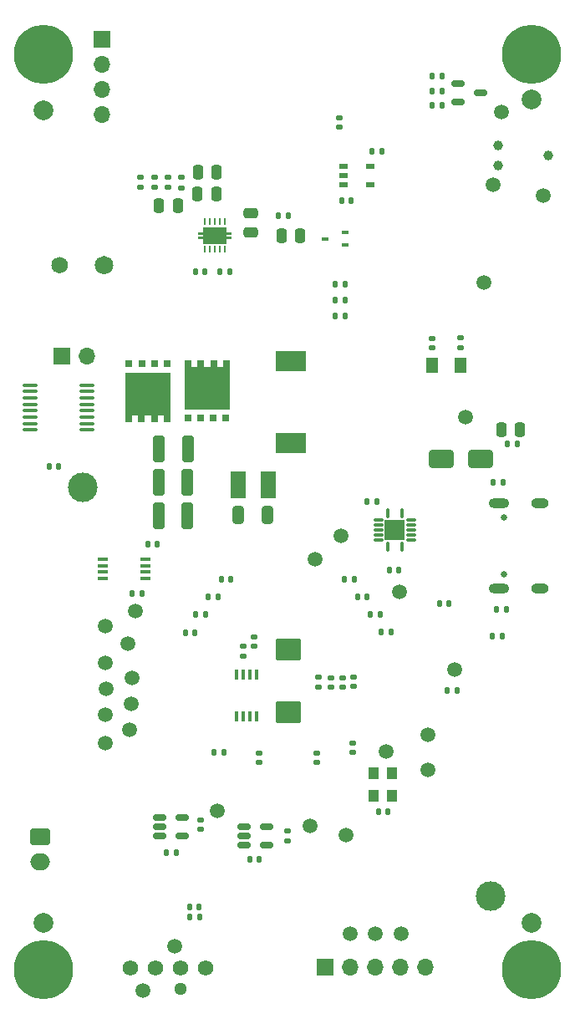
<source format=gbr>
%TF.GenerationSoftware,KiCad,Pcbnew,7.0.2*%
%TF.CreationDate,2024-01-11T01:28:16+01:00*%
%TF.ProjectId,bitaxe_RGZ_204_MOD_C,62697461-7865-45f5-9247-5a5f3230345f,rev?*%
%TF.SameCoordinates,Original*%
%TF.FileFunction,Soldermask,Top*%
%TF.FilePolarity,Negative*%
%FSLAX46Y46*%
G04 Gerber Fmt 4.6, Leading zero omitted, Abs format (unit mm)*
G04 Created by KiCad (PCBNEW 7.0.2) date 2024-01-11 01:28:16*
%MOMM*%
%LPD*%
G01*
G04 APERTURE LIST*
G04 Aperture macros list*
%AMRoundRect*
0 Rectangle with rounded corners*
0 $1 Rounding radius*
0 $2 $3 $4 $5 $6 $7 $8 $9 X,Y pos of 4 corners*
0 Add a 4 corners polygon primitive as box body*
4,1,4,$2,$3,$4,$5,$6,$7,$8,$9,$2,$3,0*
0 Add four circle primitives for the rounded corners*
1,1,$1+$1,$2,$3*
1,1,$1+$1,$4,$5*
1,1,$1+$1,$6,$7*
1,1,$1+$1,$8,$9*
0 Add four rect primitives between the rounded corners*
20,1,$1+$1,$2,$3,$4,$5,0*
20,1,$1+$1,$4,$5,$6,$7,0*
20,1,$1+$1,$6,$7,$8,$9,0*
20,1,$1+$1,$8,$9,$2,$3,0*%
%AMFreePoly0*
4,1,35,0.005000,-4.560000,0.003536,-4.563536,0.000000,-4.565000,-5.000000,-4.565000,-5.003536,-4.563536,-5.005000,-4.560000,-5.005000,-3.898000,-5.003536,-3.894464,-5.000000,-3.893000,-4.325000,-3.893000,-4.325000,-3.269700,-5.000000,-3.269700,-5.003536,-3.268236,-5.005000,-3.264700,-5.005000,-2.599700,-5.003536,-2.596164,-5.000000,-2.594700,-4.325000,-2.594700,-4.325000,-1.971400,-5.000000,-1.971400,
-5.003536,-1.969936,-5.005000,-1.966400,-5.005000,-1.301400,-5.003536,-1.297864,-5.000000,-1.296400,-4.325000,-1.296400,-4.325000,-0.673100,-5.000000,-0.673100,-5.003536,-0.671636,-5.005000,-0.668100,-5.005000,0.000000,-5.003536,0.003536,-5.000000,0.005000,0.005000,0.005000,0.005000,-4.560000,0.005000,-4.560000,$1*%
%AMFreePoly1*
4,1,45,-0.124646,1.700354,-0.124500,1.700000,-0.124500,1.200500,0.124500,1.200500,0.124500,1.700000,0.124646,1.700354,0.125000,1.700500,0.375000,1.700500,0.375354,1.700354,0.375500,1.700000,0.375500,1.200500,0.825000,1.200500,0.825354,1.200354,0.825500,1.200000,0.825500,-1.200000,0.825354,-1.200354,0.825000,-1.200500,0.375500,-1.200500,0.375500,-1.700000,0.375354,-1.700354,
0.375000,-1.700500,0.125000,-1.700500,0.124646,-1.700354,0.124500,-1.700000,0.124500,-1.200500,-0.124500,-1.200500,-0.124500,-1.700000,-0.124646,-1.700354,-0.125000,-1.700500,-0.375000,-1.700500,-0.375354,-1.700354,-0.375500,-1.700000,-0.375500,-1.200500,-0.825000,-1.200500,-0.825354,-1.200354,-0.825500,-1.200000,-0.825500,1.200000,-0.825354,1.200354,-0.825000,1.200500,-0.375500,1.200500,
-0.375500,1.700000,-0.375354,1.700354,-0.375000,1.700500,-0.125000,1.700500,-0.124646,1.700354,-0.124646,1.700354,$1*%
G04 Aperture macros list end*
%ADD10C,0.120000*%
%ADD11O,1.700000X1.700000*%
%ADD12R,1.700000X1.700000*%
%ADD13RoundRect,0.250000X0.250000X0.475000X-0.250000X0.475000X-0.250000X-0.475000X0.250000X-0.475000X0*%
%ADD14RoundRect,0.140000X0.140000X0.170000X-0.140000X0.170000X-0.140000X-0.170000X0.140000X-0.170000X0*%
%ADD15RoundRect,0.250000X-1.000000X-0.650000X1.000000X-0.650000X1.000000X0.650000X-1.000000X0.650000X0*%
%ADD16RoundRect,0.100000X-0.637500X-0.100000X0.637500X-0.100000X0.637500X0.100000X-0.637500X0.100000X0*%
%ADD17RoundRect,0.140000X-0.170000X0.140000X-0.170000X-0.140000X0.170000X-0.140000X0.170000X0.140000X0*%
%ADD18C,2.000000*%
%ADD19RoundRect,0.135000X-0.185000X0.135000X-0.185000X-0.135000X0.185000X-0.135000X0.185000X0.135000X0*%
%ADD20RoundRect,0.135000X0.135000X0.185000X-0.135000X0.185000X-0.135000X-0.185000X0.135000X-0.185000X0*%
%ADD21C,1.500000*%
%ADD22R,0.700000X0.450000*%
%ADD23RoundRect,0.135000X-0.135000X-0.185000X0.135000X-0.185000X0.135000X0.185000X-0.135000X0.185000X0*%
%ADD24C,3.000000*%
%ADD25RoundRect,0.250000X-0.475000X0.250000X-0.475000X-0.250000X0.475000X-0.250000X0.475000X0.250000X0*%
%ADD26RoundRect,0.250000X-0.250000X-0.475000X0.250000X-0.475000X0.250000X0.475000X-0.250000X0.475000X0*%
%ADD27R,1.168400X1.600200*%
%ADD28RoundRect,0.150000X-0.512500X-0.150000X0.512500X-0.150000X0.512500X0.150000X-0.512500X0.150000X0*%
%ADD29RoundRect,0.140000X0.170000X-0.140000X0.170000X0.140000X-0.170000X0.140000X-0.170000X-0.140000X0*%
%ADD30R,0.400000X1.100000*%
%ADD31RoundRect,0.140000X-0.140000X-0.170000X0.140000X-0.170000X0.140000X0.170000X-0.140000X0.170000X0*%
%ADD32C,0.800000*%
%ADD33C,6.000000*%
%ADD34RoundRect,0.007800X-0.122200X0.442200X-0.122200X-0.442200X0.122200X-0.442200X0.122200X0.442200X0*%
%ADD35RoundRect,0.007800X-0.442200X-0.122200X0.442200X-0.122200X0.442200X0.122200X-0.442200X0.122200X0*%
%ADD36R,2.050000X2.050000*%
%ADD37R,3.100000X2.000000*%
%ADD38RoundRect,0.135000X0.185000X-0.135000X0.185000X0.135000X-0.185000X0.135000X-0.185000X-0.135000X0*%
%ADD39R,1.100000X0.400000*%
%ADD40RoundRect,0.250000X-1.025000X0.875000X-1.025000X-0.875000X1.025000X-0.875000X1.025000X0.875000X0*%
%ADD41R,0.700000X0.800000*%
%ADD42FreePoly0,270.000000*%
%ADD43RoundRect,0.050000X-0.070000X0.250000X-0.070000X-0.250000X0.070000X-0.250000X0.070000X0.250000X0*%
%ADD44C,0.400000*%
%ADD45FreePoly1,270.000000*%
%ADD46R,1.600000X2.700000*%
%ADD47FreePoly0,90.000000*%
%ADD48RoundRect,0.250000X-0.325000X-1.100000X0.325000X-1.100000X0.325000X1.100000X-0.325000X1.100000X0*%
%ADD49R,1.100000X1.300000*%
%ADD50RoundRect,0.250000X0.325000X0.650000X-0.325000X0.650000X-0.325000X-0.650000X0.325000X-0.650000X0*%
%ADD51R,0.952500X0.558800*%
%ADD52C,1.295400*%
%ADD53C,1.574800*%
%ADD54C,0.650000*%
%ADD55O,1.800000X1.000000*%
%ADD56O,2.100000X1.000000*%
%ADD57C,0.990600*%
%ADD58C,1.600000*%
%ADD59C,1.800000*%
%ADD60RoundRect,0.250000X-0.750000X0.600000X-0.750000X-0.600000X0.750000X-0.600000X0.750000X0.600000X0*%
%ADD61O,2.000000X1.700000*%
G04 APERTURE END LIST*
D10*
%TO.C,J1*%
X83258000Y-72442000D02*
G75*
G03*
X83258000Y-72442000I-800000J0D01*
G01*
X87858000Y-72442000D02*
G75*
G03*
X87858000Y-72442000I-900000J0D01*
G01*
%TD*%
D11*
%TO.C,J9*%
X86766400Y-57175400D03*
X86766400Y-54635400D03*
X86766400Y-52095400D03*
D12*
X86766400Y-49555400D03*
%TD*%
D13*
%TO.C,C43*%
X106814000Y-69487000D03*
X104914000Y-69487000D03*
%TD*%
D14*
%TO.C,C19*%
X116836000Y-103365000D03*
X115876000Y-103365000D03*
%TD*%
D15*
%TO.C,D1*%
X121087200Y-92100400D03*
X125087200Y-92100400D03*
%TD*%
D16*
%TO.C,U8*%
X79485500Y-84587000D03*
X79485500Y-85237000D03*
X79485500Y-85887000D03*
X79485500Y-86537000D03*
X79485500Y-87187000D03*
X79485500Y-87837000D03*
X79485500Y-88487000D03*
X79485500Y-89137000D03*
X85210500Y-89137000D03*
X85210500Y-88487000D03*
X85210500Y-87837000D03*
X85210500Y-87187000D03*
X85210500Y-86537000D03*
X85210500Y-85887000D03*
X85210500Y-85237000D03*
X85210500Y-84587000D03*
%TD*%
D17*
%TO.C,C7*%
X112268000Y-114175600D03*
X112268000Y-115135600D03*
%TD*%
D18*
%TO.C,FID2*%
X130275000Y-55679000D03*
%TD*%
%TO.C,FID4*%
X130302000Y-139065000D03*
%TD*%
D19*
%TO.C,R13*%
X90649600Y-63569000D03*
X90649600Y-64589000D03*
%TD*%
D18*
%TO.C,FID3*%
X80808000Y-139065000D03*
%TD*%
D20*
%TO.C,R6*%
X122717000Y-115554000D03*
X121697000Y-115554000D03*
%TD*%
D14*
%TO.C,C1*%
X115730000Y-127810000D03*
X114770000Y-127810000D03*
%TD*%
D21*
%TO.C,TP38*%
X87045800Y-112699800D03*
%TD*%
D22*
%TO.C,Q4*%
X111370000Y-70430000D03*
X111370000Y-69130000D03*
X109370000Y-69780000D03*
%TD*%
D13*
%TO.C,C41*%
X98355400Y-63005800D03*
X96455400Y-63005800D03*
%TD*%
D21*
%TO.C,TP19*%
X123610000Y-87850000D03*
%TD*%
D23*
%TO.C,R8*%
X110365000Y-75979000D03*
X111385000Y-75979000D03*
%TD*%
D14*
%TO.C,C3*%
X114920000Y-107790000D03*
X113960000Y-107790000D03*
%TD*%
D24*
%TO.C,H6*%
X84764000Y-94984000D03*
%TD*%
D20*
%TO.C,R5*%
X127764000Y-107304000D03*
X126744000Y-107304000D03*
%TD*%
D25*
%TO.C,C38*%
X101783000Y-67211600D03*
X101783000Y-69111600D03*
%TD*%
D21*
%TO.C,TP35*%
X110998000Y-99822000D03*
%TD*%
%TO.C,TP5*%
X111440000Y-130160000D03*
%TD*%
D17*
%TO.C,C25*%
X105540000Y-129760000D03*
X105540000Y-130720000D03*
%TD*%
D26*
%TO.C,C45*%
X92522000Y-66420000D03*
X94422000Y-66420000D03*
%TD*%
D27*
%TO.C,Y1*%
X123063000Y-82575400D03*
X120218200Y-82575400D03*
%TD*%
D21*
%TO.C,TP16*%
X94107000Y-141452600D03*
%TD*%
%TO.C,TP15*%
X90855800Y-145948400D03*
%TD*%
D28*
%TO.C,U5*%
X92615500Y-128358000D03*
X92615500Y-129308000D03*
X92615500Y-130258000D03*
X94890500Y-130258000D03*
X94890500Y-128358000D03*
%TD*%
D26*
%TO.C,C51*%
X127218400Y-89077800D03*
X129118400Y-89077800D03*
%TD*%
D21*
%TO.C,TP8*%
X119800000Y-119990000D03*
%TD*%
%TO.C,TP23*%
X127254000Y-56896000D03*
%TD*%
D28*
%TO.C,U6*%
X101182500Y-129290000D03*
X101182500Y-130240000D03*
X101182500Y-131190000D03*
X103457500Y-131190000D03*
X103457500Y-129290000D03*
%TD*%
D24*
%TO.C,H5*%
X126130000Y-136350000D03*
%TD*%
D21*
%TO.C,TP1*%
X89763600Y-114223800D03*
%TD*%
D29*
%TO.C,C4*%
X108485000Y-122798000D03*
X108485000Y-121838000D03*
%TD*%
D21*
%TO.C,TP43*%
X87147400Y-115316000D03*
%TD*%
D30*
%TO.C,U7*%
X102371800Y-113877200D03*
X101721800Y-113877200D03*
X101071800Y-113877200D03*
X100421800Y-113877200D03*
X100421800Y-118177200D03*
X101071800Y-118177200D03*
X101721800Y-118177200D03*
X102371800Y-118177200D03*
%TD*%
D14*
%TO.C,C12*%
X99780000Y-104240000D03*
X98820000Y-104240000D03*
%TD*%
D31*
%TO.C,C52*%
X127840800Y-90576400D03*
X128800800Y-90576400D03*
%TD*%
D20*
%TO.C,R1*%
X127347000Y-110052000D03*
X126327000Y-110052000D03*
%TD*%
D32*
%TO.C,H7*%
X127985010Y-51120990D03*
X128644020Y-49530000D03*
X128644020Y-52711980D03*
X130235010Y-48870990D03*
X130235010Y-53370990D03*
D33*
X130302000Y-51054000D03*
D32*
X131826000Y-49530000D03*
X131826000Y-52711980D03*
X132485010Y-51120990D03*
%TD*%
D29*
%TO.C,C30*%
X123102200Y-80785800D03*
X123102200Y-79825800D03*
%TD*%
D18*
%TO.C,FID1*%
X80808000Y-56769000D03*
%TD*%
D34*
%TO.C,U2*%
X115672000Y-97580000D03*
D35*
X114737000Y-98265000D03*
X114737000Y-98765000D03*
X114737000Y-99265000D03*
X114737000Y-99765000D03*
X114737000Y-100265000D03*
D34*
X115672000Y-100950000D03*
X117172000Y-100950000D03*
D35*
X118107000Y-100265000D03*
X118107000Y-99765000D03*
X118107000Y-99265000D03*
X118107000Y-98765000D03*
X118107000Y-98265000D03*
D34*
X117172000Y-97580000D03*
D36*
X116422000Y-99265000D03*
%TD*%
D19*
%TO.C,R10*%
X94828800Y-63573600D03*
X94828800Y-64593600D03*
%TD*%
D21*
%TO.C,TP42*%
X90170000Y-107442000D03*
%TD*%
%TO.C,TP17*%
X125413000Y-74174000D03*
%TD*%
D37*
%TO.C,L1*%
X105918000Y-82169000D03*
X105918000Y-90489000D03*
%TD*%
D38*
%TO.C,R15*%
X93465000Y-64589000D03*
X93465000Y-63569000D03*
%TD*%
D28*
%TO.C,Q3*%
X122809000Y-54041000D03*
X122809000Y-55941000D03*
X125084000Y-54991000D03*
%TD*%
D14*
%TO.C,C15*%
X98490000Y-106040000D03*
X97530000Y-106040000D03*
%TD*%
D20*
%TO.C,R16*%
X90818000Y-105695000D03*
X89798000Y-105695000D03*
%TD*%
D32*
%TO.C,H9*%
X128052000Y-143728000D03*
X128711010Y-142137010D03*
X128711010Y-145318990D03*
X130302000Y-141478000D03*
D33*
X130302000Y-143831000D03*
D32*
X130302000Y-145978000D03*
X131892990Y-142137010D03*
X131892990Y-145318990D03*
X132552000Y-143728000D03*
%TD*%
D29*
%TO.C,C16*%
X102646000Y-122798000D03*
X102646000Y-121838000D03*
%TD*%
D14*
%TO.C,C49*%
X115080000Y-60930000D03*
X114120000Y-60930000D03*
%TD*%
%TO.C,C18*%
X96139000Y-109681000D03*
X95179000Y-109681000D03*
%TD*%
D21*
%TO.C,TP18*%
X131445000Y-65405000D03*
%TD*%
D13*
%TO.C,C40*%
X98333000Y-65268000D03*
X96433000Y-65268000D03*
%TD*%
D39*
%TO.C,U10*%
X86868000Y-102220000D03*
X86868000Y-102870000D03*
X86868000Y-103520000D03*
X86868000Y-104170000D03*
X91168000Y-104170000D03*
X91168000Y-103520000D03*
X91168000Y-102870000D03*
X91168000Y-102220000D03*
%TD*%
D21*
%TO.C,TP36*%
X116870000Y-105550000D03*
%TD*%
D31*
%TO.C,C39*%
X104650000Y-67450000D03*
X105610000Y-67450000D03*
%TD*%
D21*
%TO.C,TP44*%
X89687400Y-116840000D03*
%TD*%
D32*
%TO.C,H10*%
X78558000Y-143830990D03*
X79217010Y-142240000D03*
X79217010Y-145421980D03*
X80808000Y-141580990D03*
D33*
X80808000Y-143830990D03*
D32*
X80808000Y-146080990D03*
X82398990Y-142240000D03*
X82398990Y-145421980D03*
X83058000Y-143830990D03*
%TD*%
D29*
%TO.C,C31*%
X120218200Y-80794800D03*
X120218200Y-79834800D03*
%TD*%
D14*
%TO.C,C35*%
X82358000Y-92812000D03*
X81398000Y-92812000D03*
%TD*%
D17*
%TO.C,C10*%
X108712000Y-114201000D03*
X108712000Y-115161000D03*
%TD*%
%TO.C,C11*%
X111150400Y-114226400D03*
X111150400Y-115186400D03*
%TD*%
D19*
%TO.C,R14*%
X92057300Y-63569000D03*
X92057300Y-64589000D03*
%TD*%
D20*
%TO.C,R19*%
X121208800Y-53279000D03*
X120188800Y-53279000D03*
%TD*%
D14*
%TO.C,C14*%
X99092000Y-121788000D03*
X98132000Y-121788000D03*
%TD*%
D40*
%TO.C,C13*%
X105600000Y-111360000D03*
X105600000Y-117760000D03*
%TD*%
D41*
%TO.C,Q2*%
X95459600Y-87954700D03*
X96757900Y-87954700D03*
X98021300Y-87954700D03*
X99319600Y-87954700D03*
D42*
X99669600Y-87049700D03*
%TD*%
D29*
%TO.C,C33*%
X102133400Y-111046200D03*
X102133400Y-110086200D03*
%TD*%
D23*
%TO.C,R2*%
X95640000Y-138480000D03*
X96660000Y-138480000D03*
%TD*%
D21*
%TO.C,TP3*%
X114410000Y-140150000D03*
%TD*%
%TO.C,TP41*%
X87122000Y-108966000D03*
%TD*%
D29*
%TO.C,C26*%
X110820200Y-58468200D03*
X110820200Y-57508200D03*
%TD*%
D23*
%TO.C,R17*%
X120216200Y-56279000D03*
X121236200Y-56279000D03*
%TD*%
D31*
%TO.C,C44*%
X91400000Y-100668000D03*
X92360000Y-100668000D03*
%TD*%
D20*
%TO.C,R18*%
X121234200Y-54779000D03*
X120214200Y-54779000D03*
%TD*%
D43*
%TO.C,U9*%
X99201691Y-68022200D03*
X98701691Y-68022200D03*
X98201691Y-68022200D03*
X97701691Y-68022200D03*
X97201691Y-68022200D03*
X97201691Y-70822200D03*
X97701691Y-70822200D03*
X98201691Y-70822200D03*
X98701691Y-70822200D03*
X99201691Y-70822200D03*
D44*
X98201691Y-68847200D03*
X99151691Y-69422200D03*
D45*
X98201691Y-69422200D03*
D44*
X97251691Y-69422200D03*
X98201691Y-69997200D03*
%TD*%
D21*
%TO.C,TP34*%
X108370000Y-102200000D03*
%TD*%
%TO.C,TP46*%
X87071200Y-120827800D03*
%TD*%
D32*
%TO.C,H8*%
X78558000Y-51054000D03*
X79217010Y-49463010D03*
X79217010Y-52644990D03*
X80808000Y-48804000D03*
D33*
X80808000Y-51054000D03*
D32*
X80808000Y-53304000D03*
X82398990Y-49463010D03*
X82398990Y-52644990D03*
X83058000Y-51054000D03*
%TD*%
D31*
%TO.C,C22*%
X93295000Y-131979000D03*
X94255000Y-131979000D03*
%TD*%
D21*
%TO.C,TP10*%
X119800000Y-123540000D03*
%TD*%
D14*
%TO.C,C21*%
X121920000Y-106680000D03*
X120960000Y-106680000D03*
%TD*%
%TO.C,C6*%
X113620000Y-106030000D03*
X112660000Y-106030000D03*
%TD*%
D46*
%TO.C,C46*%
X103559600Y-94732200D03*
X100559600Y-94732200D03*
%TD*%
D41*
%TO.C,Q1*%
X93357887Y-82405864D03*
X92059587Y-82405864D03*
X90796187Y-82405864D03*
X89497887Y-82405864D03*
D47*
X89147887Y-83310864D03*
%TD*%
D31*
%TO.C,C42*%
X96189800Y-73128000D03*
X97149800Y-73128000D03*
%TD*%
D21*
%TO.C,TP7*%
X115560000Y-121710000D03*
%TD*%
D48*
%TO.C,C34*%
X92514600Y-91062200D03*
X95464600Y-91062200D03*
%TD*%
D21*
%TO.C,TP40*%
X89408000Y-110744000D03*
%TD*%
%TO.C,TP4*%
X117040000Y-140190000D03*
%TD*%
D49*
%TO.C,U1*%
X116140000Y-126170000D03*
X116140000Y-123870000D03*
X114240000Y-123870000D03*
X114240000Y-126170000D03*
%TD*%
D21*
%TO.C,TP13*%
X98473000Y-127736000D03*
%TD*%
D23*
%TO.C,R12*%
X98650200Y-73123400D03*
X99670200Y-73123400D03*
%TD*%
D20*
%TO.C,R4*%
X111410000Y-74379000D03*
X110390000Y-74379000D03*
%TD*%
D14*
%TO.C,C2*%
X116020000Y-109624000D03*
X115060000Y-109624000D03*
%TD*%
D23*
%TO.C,R7*%
X110365000Y-77579000D03*
X111385000Y-77579000D03*
%TD*%
D31*
%TO.C,C23*%
X101730000Y-132610000D03*
X102690000Y-132610000D03*
%TD*%
D21*
%TO.C,TP6*%
X89560400Y-119507000D03*
%TD*%
D29*
%TO.C,C5*%
X112160000Y-121800000D03*
X112160000Y-120840000D03*
%TD*%
D21*
%TO.C,TP9*%
X122500000Y-113430000D03*
%TD*%
D38*
%TO.C,R9*%
X101092000Y-112066800D03*
X101092000Y-111046800D03*
%TD*%
D14*
%TO.C,C17*%
X97210000Y-107780000D03*
X96250000Y-107780000D03*
%TD*%
%TO.C,C8*%
X112290000Y-104240000D03*
X111330000Y-104240000D03*
%TD*%
D31*
%TO.C,C29*%
X95640000Y-137410000D03*
X96600000Y-137410000D03*
%TD*%
D21*
%TO.C,TP14*%
X107830000Y-129200000D03*
%TD*%
%TO.C,TP45*%
X87122000Y-117983000D03*
%TD*%
D20*
%TO.C,R3*%
X127382000Y-94441000D03*
X126362000Y-94441000D03*
%TD*%
D31*
%TO.C,C27*%
X111051000Y-65931000D03*
X112011000Y-65931000D03*
%TD*%
D21*
%TO.C,TP22*%
X126365000Y-64262000D03*
%TD*%
%TO.C,TP2*%
X111890000Y-140150000D03*
%TD*%
D14*
%TO.C,C20*%
X114582000Y-96355000D03*
X113622000Y-96355000D03*
%TD*%
D50*
%TO.C,C47*%
X103494600Y-97702200D03*
X100544600Y-97702200D03*
%TD*%
D17*
%TO.C,C24*%
X96763000Y-128638000D03*
X96763000Y-129598000D03*
%TD*%
D48*
%TO.C,C36*%
X92474600Y-94472200D03*
X95424600Y-94472200D03*
%TD*%
D17*
%TO.C,C9*%
X109982000Y-114230000D03*
X109982000Y-115190000D03*
%TD*%
D51*
%TO.C,U11*%
X111185050Y-62440200D03*
X111185050Y-63380000D03*
X111185050Y-64319800D03*
X113940950Y-64319800D03*
X113940950Y-62440200D03*
%TD*%
D48*
%TO.C,C37*%
X92474600Y-97832200D03*
X95424600Y-97832200D03*
%TD*%
D52*
%TO.C,J4*%
X94701000Y-145782001D03*
D53*
X89621000Y-143622000D03*
X92161000Y-143622000D03*
X94701000Y-143622000D03*
X97241000Y-143622000D03*
%TD*%
D12*
%TO.C,J7*%
X82708000Y-81632000D03*
D11*
X85248000Y-81632000D03*
%TD*%
D12*
%TO.C,J3*%
X109350000Y-143580000D03*
D11*
X111890000Y-143580000D03*
X114430000Y-143580000D03*
X116970000Y-143580000D03*
X119510000Y-143580000D03*
%TD*%
D54*
%TO.C,J8*%
X127443000Y-97960000D03*
X127443000Y-103740000D03*
D55*
X131123000Y-96530000D03*
D56*
X126943000Y-96530000D03*
D55*
X131123000Y-105170000D03*
D56*
X126943000Y-105170000D03*
%TD*%
D57*
%TO.C,J5*%
X131979500Y-61304000D03*
X126899500Y-62320000D03*
X126899500Y-60288000D03*
%TD*%
D58*
%TO.C,J1*%
X82458000Y-72442000D03*
D59*
X86958000Y-72442000D03*
%TD*%
D60*
%TO.C,J2*%
X80470000Y-130360000D03*
D61*
X80470000Y-132860000D03*
%TD*%
M02*

</source>
